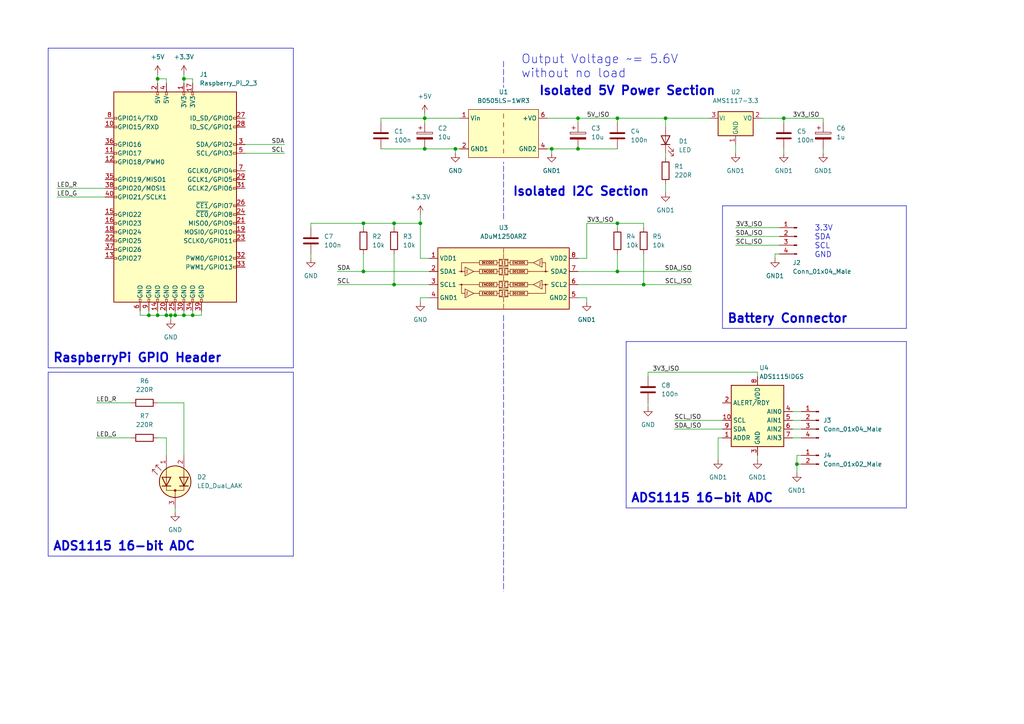
<source format=kicad_sch>
(kicad_sch (version 20211123) (generator eeschema)
  (paper "A4")
  (title_block (title "RaspberryPi I2C Isolator") (date "2023-01-26") (rev "1.0"))
  (lib_symbols
    (symbol "Analog_ADC:ADS1115IDGS"
      (property "Reference" "U" (at 2.54 13.97 0))
      (property "Value" "ADS1115IDGS" (at 7.62 11.43 0))
      (symbol "ADS1115IDGS_0_1"
        (rectangle (start -7.62 10.16) (end 7.62 -7.62) (stroke (width 0.254)) (fill (type background)))
      )
      (symbol "ADS1115IDGS_1_1"
        (pin input line (at 10.16 -5.08 180) (length 2.54) (name "ADDR") (number "1"))
        (pin input line (at 10.16 0 180) (length 2.54) (name "SCL") (number "10"))
        (pin output line (at 10.16 5.08 180) (length 2.54) (name "ALERT/RDY") (number "2"))
        (pin power_in line (at 0 -10.16 90) (length 2.54) (name "GND") (number "3"))
        (pin input line (at -10.16 2.54 0) (length 2.54) (name "AIN0") (number "4"))
        (pin input line (at -10.16 0 0) (length 2.54) (name "AIN1") (number "5"))
        (pin input line (at -10.16 -2.54 0) (length 2.54) (name "AIN2") (number "6"))
        (pin input line (at -10.16 -5.08 0) (length 2.54) (name "AIN3") (number "7"))
        (pin power_in line (at 0 12.7 270) (length 2.54) (name "VDD") (number "8"))
        (pin bidirectional line (at 10.16 -2.54 180) (length 2.54) (name "SDA") (number "9"))
      )
    )
    (symbol "Connector:Conn_01x02_Male" (pin_names (offset 1.016) hide)
      (property "Reference" "J" (at 0 2.54 0))
      (property "Value" "Conn_01x02_Male" (at 0 -5.08 0))
      (symbol "Conn_01x02_Male_1_1"
        (polyline (pts (xy 1.27 -2.54) (xy 0.8636 -2.54)) (stroke (width 0.1524)))
        (polyline (pts (xy 1.27 0) (xy 0.8636 0)) (stroke (width 0.1524)))
        (rectangle (start 0.8636 -2.413) (end 0 -2.667) (stroke (width 0.1524)) (fill (type outline)))
        (rectangle (start 0.8636 0.127) (end 0 -0.127) (stroke (width 0.1524)) (fill (type outline)))
        (pin passive line (at 5.08 0 180) (length 3.81) (name "Pin_1") (number "1"))
        (pin passive line (at 5.08 -2.54 180) (length 3.81) (name "Pin_2") (number "2"))
      )
    )
    (symbol "Connector:Conn_01x04_Male" (pin_names (offset 1.016) hide)
      (property "Reference" "J" (at 0 5.08 0))
      (property "Value" "Conn_01x04_Male" (at 0 -7.62 0))
      (symbol "Conn_01x04_Male_1_1"
        (polyline (pts (xy 1.27 -5.08) (xy 0.8636 -5.08)) (stroke (width 0.1524)))
        (polyline (pts (xy 1.27 -2.54) (xy 0.8636 -2.54)) (stroke (width 0.1524)))
        (polyline (pts (xy 1.27 0) (xy 0.8636 0)) (stroke (width 0.1524)))
        (polyline (pts (xy 1.27 2.54) (xy 0.8636 2.54)) (stroke (width 0.1524)))
        (rectangle (start 0.8636 -4.953) (end 0 -5.207) (stroke (width 0.1524)) (fill (type outline)))
        (rectangle (start 0.8636 -2.413) (end 0 -2.667) (stroke (width 0.1524)) (fill (type outline)))
        (rectangle (start 0.8636 0.127) (end 0 -0.127) (stroke (width 0.1524)) (fill (type outline)))
        (rectangle (start 0.8636 2.667) (end 0 2.413) (stroke (width 0.1524)) (fill (type outline)))
        (pin passive line (at 5.08 2.54 180) (length 3.81) (name "Pin_1") (number "1"))
        (pin passive line (at 5.08 0 180) (length 3.81) (name "Pin_2") (number "2"))
        (pin passive line (at 5.08 -2.54 180) (length 3.81) (name "Pin_3") (number "3"))
        (pin passive line (at 5.08 -5.08 180) (length 3.81) (name "Pin_4") (number "4"))
      )
    )
    (symbol "Connector:Raspberry_Pi_2_3" (pin_names (offset 1.016))
      (property "Reference" "J" (at -17.78 31.75 0))
      (property "Value" "Raspberry_Pi_2_3" (at 10.16 -31.75 0))
      (symbol "Raspberry_Pi_2_3_0_1"
        (rectangle (start -17.78 30.48) (end 17.78 -30.48) (stroke (width 0.254)) (fill (type background)))
      )
      (symbol "Raspberry_Pi_2_3_1_1"
        (rectangle (start -16.891 -17.526) (end -17.78 -18.034))
        (rectangle (start -16.891 -14.986) (end -17.78 -15.494))
        (rectangle (start -16.891 -12.446) (end -17.78 -12.954))
        (rectangle (start -16.891 -9.906) (end -17.78 -10.414))
        (rectangle (start -16.891 -7.366) (end -17.78 -7.874))
        (rectangle (start -16.891 -4.826) (end -17.78 -5.334))
        (rectangle (start -16.891 0.254) (end -17.78 -0.254))
        (rectangle (start -16.891 2.794) (end -17.78 2.286))
        (rectangle (start -16.891 5.334) (end -17.78 4.826))
        (rectangle (start -16.891 10.414) (end -17.78 9.906))
        (rectangle (start -16.891 12.954) (end -17.78 12.446))
        (rectangle (start -16.891 15.494) (end -17.78 14.986))
        (rectangle (start -16.891 20.574) (end -17.78 20.066))
        (rectangle (start -16.891 23.114) (end -17.78 22.606))
        (rectangle (start -10.414 -29.591) (end -9.906 -30.48))
        (rectangle (start -7.874 -29.591) (end -7.366 -30.48))
        (rectangle (start -5.334 -29.591) (end -4.826 -30.48))
        (rectangle (start -5.334 30.48) (end -4.826 29.591))
        (rectangle (start -2.794 -29.591) (end -2.286 -30.48))
        (rectangle (start -2.794 30.48) (end -2.286 29.591))
        (rectangle (start -0.254 -29.591) (end 0.254 -30.48))
        (rectangle (start 2.286 -29.591) (end 2.794 -30.48))
        (rectangle (start 2.286 30.48) (end 2.794 29.591))
        (rectangle (start 4.826 -29.591) (end 5.334 -30.48))
        (rectangle (start 4.826 30.48) (end 5.334 29.591))
        (rectangle (start 7.366 -29.591) (end 7.874 -30.48))
        (rectangle (start 17.78 -20.066) (end 16.891 -20.574))
        (rectangle (start 17.78 -17.526) (end 16.891 -18.034))
        (rectangle (start 17.78 -12.446) (end 16.891 -12.954))
        (rectangle (start 17.78 -9.906) (end 16.891 -10.414))
        (rectangle (start 17.78 -7.366) (end 16.891 -7.874))
        (rectangle (start 17.78 -4.826) (end 16.891 -5.334))
        (rectangle (start 17.78 -2.286) (end 16.891 -2.794))
        (rectangle (start 17.78 2.794) (end 16.891 2.286))
        (rectangle (start 17.78 5.334) (end 16.891 4.826))
        (rectangle (start 17.78 7.874) (end 16.891 7.366))
        (rectangle (start 17.78 12.954) (end 16.891 12.446))
        (rectangle (start 17.78 15.494) (end 16.891 14.986))
        (rectangle (start 17.78 20.574) (end 16.891 20.066))
        (rectangle (start 17.78 23.114) (end 16.891 22.606))
        (pin power_in line (at 2.54 33.02 270) (length 2.54) (name "3V3") (number "1"))
        (pin bidirectional line (at -20.32 20.32 0) (length 2.54) (name "GPIO15/RXD") (number "10"))
        (pin bidirectional line (at -20.32 12.7 0) (length 2.54) (name "GPIO17") (number "11"))
        (pin bidirectional line (at -20.32 10.16 0) (length 2.54) (name "GPIO18/PWM0") (number "12"))
        (pin bidirectional line (at -20.32 -17.78 0) (length 2.54) (name "GPIO27") (number "13"))
        (pin power_in line (at -5.08 -33.02 90) (length 2.54) (name "GND") (number "14"))
        (pin bidirectional line (at -20.32 -5.08 0) (length 2.54) (name "GPIO22") (number "15"))
        (pin bidirectional line (at -20.32 -7.62 0) (length 2.54) (name "GPIO23") (number "16"))
        (pin power_in line (at 5.08 33.02 270) (length 2.54) (name "3V3") (number "17"))
        (pin bidirectional line (at -20.32 -10.16 0) (length 2.54) (name "GPIO24") (number "18"))
        (pin bidirectional line (at 20.32 -10.16 180) (length 2.54) (name "MOSI0/GPIO10") (number "19"))
        (pin power_in line (at -5.08 33.02 270) (length 2.54) (name "5V") (number "2"))
        (pin power_in line (at -2.54 -33.02 90) (length 2.54) (name "GND") (number "20"))
        (pin bidirectional line (at 20.32 -7.62 180) (length 2.54) (name "MISO0/GPIO9") (number "21"))
        (pin bidirectional line (at -20.32 -12.7 0) (length 2.54) (name "GPIO25") (number "22"))
        (pin bidirectional line (at 20.32 -12.7 180) (length 2.54) (name "SCLK0/GPIO11") (number "23"))
        (pin bidirectional line (at 20.32 -5.08 180) (length 2.54) (name "~{CE0}/GPIO8") (number "24"))
        (pin power_in line (at 0 -33.02 90) (length 2.54) (name "GND") (number "25"))
        (pin bidirectional line (at 20.32 -2.54 180) (length 2.54) (name "~{CE1}/GPIO7") (number "26"))
        (pin bidirectional line (at 20.32 22.86 180) (length 2.54) (name "ID_SD/GPIO0") (number "27"))
        (pin bidirectional line (at 20.32 20.32 180) (length 2.54) (name "ID_SC/GPIO1") (number "28"))
        (pin bidirectional line (at 20.32 5.08 180) (length 2.54) (name "GCLK1/GPIO5") (number "29"))
        (pin bidirectional line (at 20.32 15.24 180) (length 2.54) (name "SDA/GPIO2") (number "3"))
        (pin power_in line (at 2.54 -33.02 90) (length 2.54) (name "GND") (number "30"))
        (pin bidirectional line (at 20.32 2.54 180) (length 2.54) (name "GCLK2/GPIO6") (number "31"))
        (pin bidirectional line (at 20.32 -17.78 180) (length 2.54) (name "PWM0/GPIO12") (number "32"))
        (pin bidirectional line (at 20.32 -20.32 180) (length 2.54) (name "PWM1/GPIO13") (number "33"))
        (pin power_in line (at 5.08 -33.02 90) (length 2.54) (name "GND") (number "34"))
        (pin bidirectional line (at -20.32 5.08 0) (length 2.54) (name "GPIO19/MISO1") (number "35"))
        (pin bidirectional line (at -20.32 15.24 0) (length 2.54) (name "GPIO16") (number "36"))
        (pin bidirectional line (at -20.32 -15.24 0) (length 2.54) (name "GPIO26") (number "37"))
        (pin bidirectional line (at -20.32 2.54 0) (length 2.54) (name "GPIO20/MOSI1") (number "38"))
        (pin power_in line (at 7.62 -33.02 90) (length 2.54) (name "GND") (number "39"))
        (pin power_in line (at -2.54 33.02 270) (length 2.54) (name "5V") (number "4"))
        (pin bidirectional line (at -20.32 0 0) (length 2.54) (name "GPIO21/SCLK1") (number "40"))
        (pin bidirectional line (at 20.32 12.7 180) (length 2.54) (name "SCL/GPIO3") (number "5"))
        (pin power_in line (at -10.16 -33.02 90) (length 2.54) (name "GND") (number "6"))
        (pin bidirectional line (at 20.32 7.62 180) (length 2.54) (name "GCLK0/GPIO4") (number "7"))
        (pin bidirectional line (at -20.32 22.86 0) (length 2.54) (name "GPIO14/TXD") (number "8"))
        (pin power_in line (at -7.62 -33.02 90) (length 2.54) (name "GND") (number "9"))
      )
    )
    (symbol "Converter_DCDC:B0505LS-1WR3"
      (property "Reference" "U" (at -8.89 1.27 0))
      (property "Value" "B0505LS-1WR3" (at 2.54 1.27 0))
      (symbol "B0505LS-1WR3_0_1"
        (rectangle (start -10.16 0) (end 10.16 -13.97) (fill (type background)))
        (polyline (pts (xy 0 -11.43) (xy 0 -12.7)))
        (polyline (pts (xy 0 -8.89) (xy 0 -10.16)))
        (polyline (pts (xy 0 -6.35) (xy 0 -7.62)))
        (polyline (pts (xy 0 -3.81) (xy 0 -5.08)))
        (polyline (pts (xy 0 -1.27) (xy 0 -2.54)))
      )
      (symbol "B0505LS-1WR3_1_1"
        (pin power_in line (at -12.7 -2.54 0) (length 2.54) (name "Vin") (number "1"))
        (pin power_in line (at -12.7 -11.43 0) (length 2.54) (name "GND1") (number "2"))
        (pin power_in line (at 12.7 -11.43 180) (length 2.54) (name "GND2") (number "4"))
        (pin power_in line (at 12.7 -2.54 180) (length 2.54) (name "+VO") (number "6"))
      )
    )
    (symbol "Device:C" (pin_numbers hide) (pin_names (offset 0.254))
      (property "Reference" "C" (at 0.635 2.54 0))
      (property "Value" "C" (at 0.635 -2.54 0))
      (symbol "C_0_1"
        (polyline (pts (xy -2.032 -0.762) (xy 2.032 -0.762)) (stroke (width 0.508)))
        (polyline (pts (xy -2.032 0.762) (xy 2.032 0.762)) (stroke (width 0.508)))
      )
      (symbol "C_1_1"
        (pin passive line (at 0 3.81 270) (length 2.794) (name "~") (number "1"))
        (pin passive line (at 0 -3.81 90) (length 2.794) (name "~") (number "2"))
      )
    )
    (symbol "Device:C_Polarized" (pin_numbers hide) (pin_names (offset 0.254))
      (property "Reference" "C" (at 0.635 2.54 0))
      (property "Value" "C_Polarized" (at 0.635 -2.54 0))
      (symbol "C_Polarized_0_1"
        (rectangle (start -2.286 0.508) (end 2.286 1.016))
        (polyline (pts (xy -1.778 2.286) (xy -0.762 2.286)))
        (polyline (pts (xy -1.27 2.794) (xy -1.27 1.778)))
        (rectangle (start 2.286 -0.508) (end -2.286 -1.016) (fill (type outline)))
      )
      (symbol "C_Polarized_1_1"
        (pin passive line (at 0 3.81 270) (length 2.794) (name "~") (number "1"))
        (pin passive line (at 0 -3.81 90) (length 2.794) (name "~") (number "2"))
      )
    )
    (symbol "Device:LED" (pin_numbers hide) (pin_names (offset 1.016) hide)
      (property "Reference" "D" (at 0 2.54 0))
      (property "Value" "LED" (at 0 -2.54 0))
      (symbol "LED_0_1"
        (polyline (pts (xy -1.27 -1.27) (xy -1.27 1.27)) (stroke (width 0.254)))
        (polyline (pts (xy -1.27 0) (xy 1.27 0)))
        (polyline (pts (xy 1.27 -1.27) (xy 1.27 1.27) (xy -1.27 0) (xy 1.27 -1.27)) (stroke (width 0.254)))
        (polyline (pts (xy -3.048 -0.762) (xy -4.572 -2.286) (xy -3.81 -2.286) (xy -4.572 -2.286) (xy -4.572 -1.524)))
        (polyline (pts (xy -1.778 -0.762) (xy -3.302 -2.286) (xy -2.54 -2.286) (xy -3.302 -2.286) (xy -3.302 -1.524)))
      )
      (symbol "LED_1_1"
        (pin passive line (at -3.81 0 0) (length 2.54) (name "K") (number "1"))
        (pin passive line (at 3.81 0 180) (length 2.54) (name "A") (number "2"))
      )
    )
    (symbol "Device:LED_Dual_AAK" (pin_names (offset 0) hide)
      (property "Reference" "D" (at 0 5.715 0))
      (property "Value" "LED_Dual_AAK" (at 0 -6.35 0))
      (symbol "LED_Dual_AAK_0_1"
        (circle (center -2.54 0) (radius 0.2794) (fill (type outline)))
        (polyline (pts (xy -4.572 0) (xy -2.54 0)))
        (polyline (pts (xy -1.27 -1.27) (xy -1.27 -3.81)) (stroke (width 0.254)))
        (polyline (pts (xy -1.27 1.27) (xy -1.27 3.81)) (stroke (width 0.254)))
        (polyline (pts (xy 3.81 -2.54) (xy 1.905 -2.54)))
        (polyline (pts (xy 3.81 2.54) (xy 1.905 2.54)))
        (polyline (pts (xy 1.27 -3.81) (xy 1.27 -1.27) (xy -1.27 -2.54) (xy 1.27 -3.81)) (stroke (width 0.254)))
        (polyline (pts (xy 1.27 1.27) (xy 1.27 3.81) (xy -1.27 2.54) (xy 1.27 1.27)) (stroke (width 0.254)))
        (polyline (pts (xy 2.032 2.54) (xy -2.54 2.54) (xy -2.54 -2.54) (xy 2.032 -2.54)))
        (polyline (pts (xy 2.032 5.08) (xy 3.556 6.604) (xy 2.794 6.604) (xy 3.556 6.604) (xy 3.556 5.842)))
        (polyline (pts (xy 3.302 4.064) (xy 4.826 5.588) (xy 4.064 5.588) (xy 4.826 5.588) (xy 4.826 4.826)))
        (circle (center 0 0) (radius 4.572) (stroke (width 0.254)) (fill (type background)))
      )
      (symbol "LED_Dual_AAK_1_1"
        (pin input line (at 7.62 2.54 180) (length 3.81) (name "A1") (number "1"))
        (pin input line (at 7.62 -2.54 180) (length 3.81) (name "A2") (number "2"))
        (pin input line (at -7.62 0 0) (length 3.048) (name "K") (number "3"))
      )
    )
    (symbol "Device:R" (pin_numbers hide) (pin_names (offset 0))
      (property "Reference" "R" (at 2.032 0 90))
      (property "Value" "R" (at 0 0 90))
      (symbol "R_0_1"
        (rectangle (start -1.016 -2.54) (end 1.016 2.54) (stroke (width 0.254)))
      )
      (symbol "R_1_1"
        (pin passive line (at 0 3.81 270) (length 1.27) (name "~") (number "1"))
        (pin passive line (at 0 -3.81 90) (length 1.27) (name "~") (number "2"))
      )
    )
    (symbol "Isolator:ADuM1250ARZ"
      (property "Reference" "U" (at -17.78 1.27 0))
      (property "Value" "ADuM1250ARZ" (at 11.43 1.27 0))
      (symbol "ADuM1250ARZ_0_0"
        (rectangle (start -1.905 -13.335) (end -6.985 -14.605))
        (rectangle (start -1.27 -12.954) (end 1.27 -14.986))
        (rectangle (start -1.27 -10.414) (end 1.27 -12.446))
        (rectangle (start -1.27 -6.604) (end 1.27 -8.636))
        (rectangle (start -1.27 -4.064) (end 1.27 -6.096))
        (arc (start -0.508 -14.732) (mid -0.254 -14.478) (end -0.508 -14.224))
        (arc (start -0.508 -14.224) (mid -0.254 -13.97) (end -0.508 -13.716))
        (arc (start -0.508 -13.716) (mid -0.254 -13.462) (end -0.508 -13.208))
        (arc (start -0.508 -12.192) (mid -0.254 -11.938) (end -0.508 -11.684))
        (arc (start -0.508 -11.684) (mid -0.254 -11.43) (end -0.508 -11.176))
        (arc (start -0.508 -11.176) (mid -0.254 -10.922) (end -0.508 -10.668))
        (arc (start -0.508 -8.382) (mid -0.254 -8.128) (end -0.508 -7.874))
        (arc (start -0.508 -7.874) (mid -0.254 -7.62) (end -0.508 -7.366))
        (arc (start -0.508 -7.366) (mid -0.254 -7.112) (end -0.508 -6.858))
        (arc (start -0.508 -5.842) (mid -0.254 -5.588) (end -0.508 -5.334))
        (arc (start -0.508 -5.334) (mid -0.254 -5.08) (end -0.508 -4.826))
        (arc (start -0.508 -4.826) (mid -0.254 -4.572) (end -0.508 -4.318))
        (polyline (pts (xy -6.985 -13.97) (xy -7.62 -13.97)))
        (polyline (pts (xy -6.985 -11.43) (xy -7.62 -11.43)))
        (polyline (pts (xy -6.985 -7.62) (xy -7.62 -7.62)))
        (polyline (pts (xy -6.985 -5.08) (xy -7.62 -5.08)))
        (polyline (pts (xy -1.905 -13.97) (xy -1.27 -13.97)))
        (polyline (pts (xy -1.905 -11.43) (xy -1.27 -11.43)))
        (polyline (pts (xy -1.905 -7.62) (xy -1.27 -7.62)))
        (polyline (pts (xy -1.905 -5.08) (xy -1.27 -5.08)))
        (polyline (pts (xy -1.27 -14.732) (xy -0.508 -14.732)))
        (polyline (pts (xy -1.27 -13.208) (xy -0.508 -13.208)))
        (polyline (pts (xy -1.27 -12.192) (xy -0.508 -12.192)))
        (polyline (pts (xy -1.27 -10.668) (xy -0.508 -10.668)))
        (polyline (pts (xy -1.27 -8.382) (xy -0.508 -8.382)))
        (polyline (pts (xy -1.27 -6.858) (xy -0.508 -6.858)))
        (polyline (pts (xy -1.27 -5.842) (xy -0.508 -5.842)))
        (polyline (pts (xy -1.27 -4.318) (xy -0.508 -4.318)))
        (polyline (pts (xy 0 -17.018) (xy 0 -18.288)))
        (polyline (pts (xy 0 -15.24) (xy 0 -16.51)))
        (polyline (pts (xy 0 -8.89) (xy 0 -10.16)))
        (polyline (pts (xy 0 -3.81) (xy 0 -2.54)))
        (polyline (pts (xy 0 -2.286) (xy 0 -1.016)))
        (polyline (pts (xy 1.27 -14.732) (xy 0.508 -14.732)))
        (polyline (pts (xy 1.27 -13.208) (xy 0.508 -13.208)))
        (polyline (pts (xy 1.27 -12.192) (xy 0.508 -12.192)))
        (polyline (pts (xy 1.27 -10.668) (xy 0.508 -10.668)))
        (polyline (pts (xy 1.27 -8.382) (xy 0.508 -8.382)))
        (polyline (pts (xy 1.27 -6.858) (xy 0.508 -6.858)))
        (polyline (pts (xy 1.27 -5.842) (xy 0.508 -5.842)))
        (polyline (pts (xy 1.27 -4.318) (xy 0.508 -4.318)))
        (polyline (pts (xy 1.905 -13.97) (xy 1.27 -13.97)))
        (polyline (pts (xy 1.905 -11.43) (xy 1.27 -11.43)))
        (polyline (pts (xy 1.905 -7.62) (xy 1.27 -7.62)))
        (polyline (pts (xy 1.905 -5.08) (xy 1.27 -5.08)))
        (polyline (pts (xy 6.985 -13.97) (xy 7.62 -13.97)))
        (polyline (pts (xy 6.985 -11.43) (xy 7.62 -11.43)))
        (polyline (pts (xy 6.985 -7.62) (xy 7.62 -7.62)))
        (polyline (pts (xy 6.985 -5.08) (xy 7.62 -5.08)))
        (arc (start 0.508 -14.224) (mid 0.254 -14.478) (end 0.508 -14.732))
        (arc (start 0.508 -13.716) (mid 0.254 -13.97) (end 0.508 -14.224))
        (arc (start 0.508 -13.208) (mid 0.254 -13.462) (end 0.508 -13.716))
        (arc (start 0.508 -11.684) (mid 0.254 -11.938) (end 0.508 -12.192))
        (arc (start 0.508 -11.176) (mid 0.254 -11.43) (end 0.508 -11.684))
        (arc (start 0.508 -10.668) (mid 0.254 -10.922) (end 0.508 -11.176))
        (arc (start 0.508 -7.874) (mid 0.254 -8.128) (end 0.508 -8.382))
        (arc (start 0.508 -7.366) (mid 0.254 -7.62) (end 0.508 -7.874))
        (arc (start 0.508 -6.858) (mid 0.254 -7.112) (end 0.508 -7.366))
        (arc (start 0.508 -5.334) (mid 0.254 -5.588) (end 0.508 -5.842))
        (arc (start 0.508 -4.826) (mid 0.254 -5.08) (end 0.508 -5.334))
        (arc (start 0.508 -4.318) (mid 0.254 -4.572) (end 0.508 -4.826))
        (rectangle (start 1.905 -13.335) (end 6.985 -14.605))
        (rectangle (start 1.905 -10.795) (end 6.985 -12.065))
        (rectangle (start 1.905 -6.985) (end 6.985 -8.255))
        (rectangle (start 1.905 -4.445) (end 6.985 -5.715))
        (text "DECODE" (at -4.445 -5.08 0) (effects (font (size 0.635 0.635))))
        (text "DECODE" (at 4.445 -13.97 0) (effects (font (size 0.635 0.635))))
        (text "DECODE" (at 4.445 -7.62 0) (effects (font (size 0.635 0.635))))
        (text "ENCODE" (at -4.445 -13.97 0) (effects (font (size 0.635 0.635))))
        (text "ENCODE" (at -4.445 -11.43 0) (effects (font (size 0.635 0.635))))
        (text "ENCODE" (at -4.445 -7.62 0) (effects (font (size 0.635 0.635))))
        (text "ENCODE" (at 4.445 -11.43 0) (effects (font (size 0.635 0.635))))
        (text "ENCODE" (at 4.445 -5.08 0) (effects (font (size 0.635 0.635))))
      )
      (symbol "ADuM1250ARZ_0_1"
        (rectangle (start -19.05 -0.762) (end 19.05 -18.542) (stroke (width 0.254)) (fill (type background)))
        (circle (center -12.192 -11.43) (radius 0.1796) (fill (type outline)))
        (circle (center -12.192 -7.62) (radius 0.1796) (fill (type outline)))
        (rectangle (start -1.905 -10.795) (end -6.985 -12.065))
        (rectangle (start -1.905 -6.985) (end -6.985 -8.255))
        (rectangle (start -1.905 -4.445) (end -6.985 -5.715))
        (polyline (pts (xy -12.954 -11.43) (xy -12.192 -11.43)))
        (polyline (pts (xy -12.954 -7.62) (xy -12.192 -7.62)))
        (polyline (pts (xy -11.176 -15.24) (xy -11.176 -12.7)))
        (polyline (pts (xy -11.176 -15.24) (xy -8.636 -13.97)))
        (polyline (pts (xy -11.176 -12.7) (xy -8.636 -13.97)))
        (polyline (pts (xy -11.176 -8.89) (xy -11.176 -6.35)))
        (polyline (pts (xy -11.176 -8.89) (xy -8.636 -7.62)))
        (polyline (pts (xy -11.176 -6.35) (xy -8.636 -7.62)))
        (polyline (pts (xy -8.636 -13.97) (xy -7.62 -13.97)))
        (polyline (pts (xy -8.636 -7.62) (xy -7.62 -7.62)))
        (polyline (pts (xy 8.636 -11.43) (xy 7.62 -11.43)))
        (polyline (pts (xy 8.636 -5.08) (xy 7.62 -5.08)))
        (polyline (pts (xy 11.176 -12.7) (xy 8.636 -11.43)))
        (polyline (pts (xy 11.176 -10.16) (xy 8.636 -11.43)))
        (polyline (pts (xy 11.176 -10.16) (xy 11.176 -12.7)))
        (polyline (pts (xy 11.176 -6.35) (xy 8.636 -5.08)))
        (polyline (pts (xy 11.176 -3.81) (xy 8.636 -5.08)))
        (polyline (pts (xy 11.176 -3.81) (xy 11.176 -6.35)))
        (polyline (pts (xy 12.192 -11.43) (xy 12.954 -11.43)))
        (polyline (pts (xy 12.192 -7.62) (xy 12.954 -7.62)))
        (polyline (pts (xy -10.668 -14.478) (xy -10.541 -14.478) (xy -10.541 -13.462)) (stroke (width 0.05)))
        (polyline (pts (xy -10.668 -8.128) (xy -10.541 -8.128) (xy -10.541 -7.112)) (stroke (width 0.05)))
        (polyline (pts (xy 10.668 -10.922) (xy 10.541 -10.922) (xy 10.541 -11.938)) (stroke (width 0.05)))
        (polyline (pts (xy 10.668 -4.572) (xy 10.541 -4.572) (xy 10.541 -5.588)) (stroke (width 0.05)))
        (polyline (pts (xy -10.922 -14.478) (xy -10.668 -14.478) (xy -10.668 -13.462) (xy -10.287 -13.462)) (stroke (width 0.05)))
        (polyline (pts (xy -10.922 -8.128) (xy -10.668 -8.128) (xy -10.668 -7.112) (xy -10.287 -7.112)) (stroke (width 0.05)))
        (polyline (pts (xy -7.62 -11.43) (xy -12.192 -11.43) (xy -12.192 -13.97) (xy -11.176 -13.97)))
        (polyline (pts (xy -7.62 -5.08) (xy -12.192 -5.08) (xy -12.192 -7.62) (xy -11.176 -7.62)))
        (polyline (pts (xy 7.62 -13.97) (xy 12.192 -13.97) (xy 12.192 -11.43) (xy 11.176 -11.43)))
        (polyline (pts (xy 7.62 -7.62) (xy 12.192 -7.62) (xy 12.192 -5.08) (xy 11.176 -5.08)))
        (polyline (pts (xy 10.922 -10.922) (xy 10.668 -10.922) (xy 10.668 -11.938) (xy 10.287 -11.938)) (stroke (width 0.05)))
        (polyline (pts (xy 10.922 -4.572) (xy 10.668 -4.572) (xy 10.668 -5.588) (xy 10.287 -5.588)) (stroke (width 0.05)))
        (circle (center 12.192 -11.43) (radius 0.1796) (fill (type outline)))
        (circle (center 12.192 -7.62) (radius 0.1796) (fill (type outline)))
      )
      (symbol "ADuM1250ARZ_1_1"
        (pin power_in line (at -21.59 -3.81 0) (length 2.54) (name "VDD1") (number "1"))
        (pin bidirectional line (at -21.59 -7.62 0) (length 2.54) (name "SDA1") (number "2"))
        (pin bidirectional line (at -21.59 -11.43 0) (length 2.54) (name "SCL1") (number "3"))
        (pin power_in line (at -21.59 -15.24 0) (length 2.54) (name "GND1") (number "4"))
        (pin power_in line (at 21.59 -15.24 180) (length 2.54) (name "GND2") (number "5"))
        (pin bidirectional line (at 21.59 -11.43 180) (length 2.54) (name "SCL2") (number "6"))
        (pin bidirectional line (at 21.59 -7.62 180) (length 2.54) (name "SDA2") (number "7"))
        (pin power_in line (at 21.59 -3.81 180) (length 2.54) (name "VDD2") (number "8"))
      )
    )
    (symbol "Regulator_Linear:AMS1117-3.3" (pin_names (offset 0.254))
      (property "Reference" "U" (at -3.81 3.175 0))
      (property "Value" "AMS1117-3.3" (at 0 3.175 0))
      (symbol "AMS1117-3.3_0_1"
        (rectangle (start -5.08 -5.08) (end 5.08 1.905) (stroke (width 0.254)) (fill (type background)))
      )
      (symbol "AMS1117-3.3_1_1"
        (pin power_in line (at 0 -7.62 90) (length 2.54) (name "GND") (number "1"))
        (pin power_out line (at 7.62 0 180) (length 2.54) (name "VO") (number "2"))
        (pin power_in line (at -7.62 0 0) (length 2.54) (name "VI") (number "3"))
      )
    )
    (symbol "power:+3.3V" (power) (pin_names (offset 0))
      (property "Value" "+3.3V" (at 0 3.556 0))
      (symbol "+3.3V_0_1"
        (polyline (pts (xy -0.762 1.27) (xy 0 2.54)))
        (polyline (pts (xy 0 0) (xy 0 2.54)))
        (polyline (pts (xy 0 2.54) (xy 0.762 1.27)))
      )
      (symbol "+3.3V_1_1"
        (pin power_in line (at 0 0 90) (length 0) hide (name "+3.3V") (number "1"))
      )
    )
    (symbol "power:+5V" (power) (pin_names (offset 0))
      (property "Value" "+5V" (at 0 3.556 0))
      (symbol "+5V_0_1"
        (polyline (pts (xy -0.762 1.27) (xy 0 2.54)))
        (polyline (pts (xy 0 0) (xy 0 2.54)))
        (polyline (pts (xy 0 2.54) (xy 0.762 1.27)))
      )
      (symbol "+5V_1_1"
        (pin power_in line (at 0 0 90) (length 0) hide (name "+5V") (number "1"))
      )
    )
    (symbol "power:GND" (power) (pin_names (offset 0))
      (property "Value" "GND" (at 0 -3.81 0))
      (symbol "GND_0_1"
        (polyline (pts (xy 0 0) (xy 0 -1.27) (xy 1.27 -1.27) (xy 0 -2.54) (xy -1.27 -1.27) (xy 0 -1.27)))
      )
      (symbol "GND_1_1"
        (pin power_in line (at 0 0 270) (length 0) hide (name "GND") (number "1"))
      )
    )
    (symbol "power:GND1" (power) (pin_names (offset 0))
      (property "Value" "GND1" (at 0 -3.81 0))
      (symbol "GND1_0_1"
        (polyline (pts (xy 0 0) (xy 0 -1.27) (xy 1.27 -1.27) (xy 0 -2.54) (xy -1.27 -1.27) (xy 0 -1.27)))
      )
      (symbol "GND1_1_1"
        (pin power_in line (at 0 0 270) (length 0) hide (name "GND1") (number "1"))
      )
    )
  )
  (junction (at 105.41 64.77))
  (junction (at 160.02 43.18))
  (junction (at 121.92 64.77))
  (junction (at 132.08 43.18))
  (junction (at 53.34 91.44))
  (junction (at 167.64 34.29))
  (junction (at 179.07 64.77))
  (junction (at 50.8 91.44))
  (junction (at 123.19 34.29))
  (junction (at 193.04 34.29))
  (junction (at 43.18 91.44))
  (junction (at 55.88 91.44))
  (junction (at 49.53 91.44))
  (junction (at 231.14 134.62))
  (junction (at 186.69 82.55))
  (junction (at 123.19 43.18))
  (junction (at 167.64 43.18))
  (junction (at 48.26 91.44))
  (junction (at 45.72 91.44))
  (junction (at 179.07 34.29))
  (junction (at 227.33 34.29))
  (junction (at 114.3 82.55))
  (junction (at 179.07 78.74))
  (junction (at 105.41 78.74))
  (junction (at 45.72 22.86))
  (junction (at 114.3 64.77))
  (junction (at 53.34 22.86))
  (wire (pts (xy 114.3 64.77) (xy 121.92 64.77)))
  (wire (pts (xy 229.87 121.92) (xy 232.41 121.92)))
  (polyline (pts (xy 13.97 13.97) (xy 85.09 13.97)) (stroke (width 0) (type solid) (color 0 0 194 1)))
  (wire (pts (xy 53.34 22.86) (xy 53.34 24.13)))
  (wire (pts (xy 71.12 41.91) (xy 82.55 41.91)))
  (wire (pts (xy 170.18 87.63) (xy 170.18 86.36)))
  (wire (pts (xy 167.64 43.18) (xy 179.07 43.18)))
  (wire (pts (xy 187.96 109.22) (xy 187.96 107.95)))
  (wire (pts (xy 123.19 34.29) (xy 110.49 34.29)))
  (wire (pts (xy 231.14 134.62) (xy 232.41 134.62)))
  (polyline (pts (xy 85.09 107.95) (xy 85.09 161.29)) (stroke (width 0) (type solid) (color 0 0 194 1)))
  (wire (pts (xy 238.76 43.18) (xy 238.76 44.45)))
  (wire (pts (xy 160.02 43.18) (xy 167.64 43.18)))
  (wire (pts (xy 45.72 91.44) (xy 43.18 91.44)))
  (wire (pts (xy 121.92 62.23) (xy 121.92 64.77)))
  (wire (pts (xy 40.64 90.17) (xy 40.64 91.44)))
  (wire (pts (xy 167.64 78.74) (xy 179.07 78.74)))
  (wire (pts (xy 50.8 91.44) (xy 53.34 91.44)))
  (wire (pts (xy 55.88 90.17) (xy 55.88 91.44)))
  (wire (pts (xy 114.3 73.66) (xy 114.3 82.55)))
  (wire (pts (xy 50.8 147.32) (xy 50.8 148.59)))
  (wire (pts (xy 195.58 121.92) (xy 209.55 121.92)))
  (wire (pts (xy 193.04 53.34) (xy 193.04 55.88)))
  (wire (pts (xy 45.72 21.59) (xy 45.72 22.86)))
  (wire (pts (xy 16.51 54.61) (xy 30.48 54.61)))
  (wire (pts (xy 238.76 34.29) (xy 238.76 35.56)))
  (wire (pts (xy 110.49 43.18) (xy 123.19 43.18)))
  (polyline (pts (xy 85.09 161.29) (xy 13.97 161.29)) (stroke (width 0) (type solid) (color 0 0 194 1)))
  (wire (pts (xy 158.75 43.18) (xy 160.02 43.18)))
  (wire (pts (xy 186.69 64.77) (xy 186.69 66.04)))
  (wire (pts (xy 53.34 21.59) (xy 53.34 22.86)))
  (wire (pts (xy 170.18 74.93) (xy 170.18 64.77)))
  (wire (pts (xy 48.26 24.13) (xy 48.26 22.86)))
  (wire (pts (xy 179.07 73.66) (xy 179.07 78.74)))
  (wire (pts (xy 27.94 127) (xy 38.1 127)))
  (wire (pts (xy 193.04 34.29) (xy 193.04 36.83)))
  (polyline (pts (xy 13.97 107.95) (xy 85.09 107.95)) (stroke (width 0) (type solid) (color 0 0 194 1)))
  (wire (pts (xy 219.71 107.95) (xy 219.71 109.22)))
  (polyline (pts (xy 181.61 99.06) (xy 181.61 147.32)) (stroke (width 0) (type solid) (color 0 0 194 1)))
  (polyline (pts (xy 181.61 99.06) (xy 262.89 99.06)) (stroke (width 0) (type solid) (color 0 0 194 1)))
  (wire (pts (xy 167.64 82.55) (xy 186.69 82.55)))
  (wire (pts (xy 45.72 127) (xy 48.26 127)))
  (wire (pts (xy 105.41 78.74) (xy 124.46 78.74)))
  (wire (pts (xy 121.92 86.36) (xy 124.46 86.36)))
  (wire (pts (xy 167.64 86.36) (xy 170.18 86.36)))
  (wire (pts (xy 231.14 134.62) (xy 231.14 132.08)))
  (wire (pts (xy 224.79 73.66) (xy 226.06 73.66)))
  (wire (pts (xy 195.58 124.46) (xy 209.55 124.46)))
  (wire (pts (xy 43.18 91.44) (xy 40.64 91.44)))
  (wire (pts (xy 227.33 43.18) (xy 227.33 44.45)))
  (wire (pts (xy 123.19 34.29) (xy 123.19 35.56)))
  (wire (pts (xy 43.18 90.17) (xy 43.18 91.44)))
  (wire (pts (xy 114.3 64.77) (xy 114.3 66.04)))
  (wire (pts (xy 213.36 66.04) (xy 226.06 66.04)))
  (wire (pts (xy 90.17 73.66) (xy 90.17 74.93)))
  (wire (pts (xy 49.53 92.71) (xy 49.53 91.44)))
  (wire (pts (xy 45.72 22.86) (xy 48.26 22.86)))
  (wire (pts (xy 219.71 132.08) (xy 219.71 133.35)))
  (wire (pts (xy 229.87 127) (xy 232.41 127)))
  (wire (pts (xy 170.18 64.77) (xy 179.07 64.77)))
  (wire (pts (xy 160.02 44.45) (xy 160.02 43.18)))
  (wire (pts (xy 53.34 91.44) (xy 55.88 91.44)))
  (wire (pts (xy 58.42 90.17) (xy 58.42 91.44)))
  (wire (pts (xy 213.36 41.91) (xy 213.36 44.45)))
  (wire (pts (xy 110.49 34.29) (xy 110.49 35.56)))
  (polyline (pts (xy 13.97 107.95) (xy 13.97 161.29)) (stroke (width 0) (type solid) (color 0 0 194 1)))
  (polyline (pts (xy 85.09 13.97) (xy 85.09 106.68)) (stroke (width 0) (type solid) (color 0 0 194 1)))
  (wire (pts (xy 213.36 68.58) (xy 226.06 68.58)))
  (wire (pts (xy 48.26 127) (xy 48.26 132.08)))
  (wire (pts (xy 53.34 22.86) (xy 55.88 22.86)))
  (wire (pts (xy 227.33 34.29) (xy 227.33 35.56)))
  (wire (pts (xy 208.28 127) (xy 209.55 127)))
  (wire (pts (xy 193.04 34.29) (xy 205.74 34.29)))
  (wire (pts (xy 105.41 73.66) (xy 105.41 78.74)))
  (wire (pts (xy 48.26 90.17) (xy 48.26 91.44)))
  (polyline (pts (xy 146.05 17.78) (xy 146.05 25.4)))
  (wire (pts (xy 124.46 74.93) (xy 121.92 74.93)))
  (wire (pts (xy 229.87 124.46) (xy 232.41 124.46)))
  (wire (pts (xy 53.34 90.17) (xy 53.34 91.44)))
  (wire (pts (xy 49.53 91.44) (xy 50.8 91.44)))
  (wire (pts (xy 208.28 133.35) (xy 208.28 127)))
  (wire (pts (xy 179.07 64.77) (xy 179.07 66.04)))
  (wire (pts (xy 45.72 90.17) (xy 45.72 91.44)))
  (wire (pts (xy 105.41 66.04) (xy 105.41 64.77)))
  (wire (pts (xy 179.07 64.77) (xy 186.69 64.77)))
  (polyline (pts (xy 262.89 147.32) (xy 181.61 147.32)) (stroke (width 0) (type solid) (color 0 0 194 1)))
  (wire (pts (xy 53.34 132.08) (xy 53.34 116.84)))
  (wire (pts (xy 167.64 34.29) (xy 167.64 35.56)))
  (wire (pts (xy 45.72 116.84) (xy 53.34 116.84)))
  (wire (pts (xy 97.79 82.55) (xy 114.3 82.55)))
  (wire (pts (xy 186.69 73.66) (xy 186.69 82.55)))
  (wire (pts (xy 55.88 91.44) (xy 58.42 91.44)))
  (wire (pts (xy 97.79 78.74) (xy 105.41 78.74)))
  (wire (pts (xy 71.12 44.45) (xy 82.55 44.45)))
  (wire (pts (xy 179.07 34.29) (xy 179.07 35.56)))
  (wire (pts (xy 121.92 87.63) (xy 121.92 86.36)))
  (wire (pts (xy 186.69 82.55) (xy 200.66 82.55)))
  (wire (pts (xy 193.04 44.45) (xy 193.04 45.72)))
  (polyline (pts (xy 209.55 59.69) (xy 209.55 95.25)) (stroke (width 0) (type solid) (color 0 0 194 1)))
  (wire (pts (xy 179.07 78.74) (xy 200.66 78.74)))
  (polyline (pts (xy 262.89 59.69) (xy 262.89 95.25)) (stroke (width 0) (type solid) (color 0 0 194 1)))
  (polyline (pts (xy 262.89 99.06) (xy 262.89 147.32)) (stroke (width 0) (type solid) (color 0 0 194 1)))
  (wire (pts (xy 132.08 43.18) (xy 123.19 43.18)))
  (polyline (pts (xy 85.09 106.68) (xy 13.97 106.68)) (stroke (width 0) (type solid) (color 0 0 194 1)))
  (wire (pts (xy 27.94 116.84) (xy 38.1 116.84)))
  (wire (pts (xy 132.08 43.18) (xy 133.35 43.18)))
  (wire (pts (xy 121.92 64.77) (xy 121.92 74.93)))
  (polyline (pts (xy 146.05 91.44) (xy 146.05 171.45)))
  (wire (pts (xy 133.35 34.29) (xy 123.19 34.29)))
  (wire (pts (xy 90.17 66.04) (xy 90.17 64.77)))
  (polyline (pts (xy 146.05 63.5) (xy 146.05 46.99)))
  (polyline (pts (xy 209.55 59.69) (xy 262.89 59.69)) (stroke (width 0) (type solid) (color 0 0 194 1)))
  (wire (pts (xy 132.08 44.45) (xy 132.08 43.18)))
  (wire (pts (xy 167.64 74.93) (xy 170.18 74.93)))
  (wire (pts (xy 231.14 137.16) (xy 231.14 134.62)))
  (polyline (pts (xy 13.97 13.97) (xy 13.97 106.68)) (stroke (width 0) (type solid) (color 0 0 194 1)))
  (polyline (pts (xy 262.89 95.25) (xy 209.55 95.25)) (stroke (width 0) (type solid) (color 0 0 194 1)))
  (wire (pts (xy 105.41 64.77) (xy 114.3 64.77)))
  (wire (pts (xy 90.17 64.77) (xy 105.41 64.77)))
  (wire (pts (xy 123.19 33.02) (xy 123.19 34.29)))
  (wire (pts (xy 187.96 116.84) (xy 187.96 118.11)))
  (wire (pts (xy 227.33 34.29) (xy 238.76 34.29)))
  (wire (pts (xy 45.72 22.86) (xy 45.72 24.13)))
  (wire (pts (xy 213.36 71.12) (xy 226.06 71.12)))
  (wire (pts (xy 229.87 119.38) (xy 232.41 119.38)))
  (wire (pts (xy 187.96 107.95) (xy 219.71 107.95)))
  (wire (pts (xy 55.88 24.13) (xy 55.88 22.86)))
  (wire (pts (xy 167.64 34.29) (xy 179.07 34.29)))
  (wire (pts (xy 16.51 57.15) (xy 30.48 57.15)))
  (wire (pts (xy 220.98 34.29) (xy 227.33 34.29)))
  (wire (pts (xy 179.07 34.29) (xy 193.04 34.29)))
  (wire (pts (xy 48.26 91.44) (xy 45.72 91.44)))
  (wire (pts (xy 231.14 132.08) (xy 232.41 132.08)))
  (wire (pts (xy 224.79 74.93) (xy 224.79 73.66)))
  (wire (pts (xy 114.3 82.55) (xy 124.46 82.55)))
  (wire (pts (xy 158.75 34.29) (xy 167.64 34.29)))
  (wire (pts (xy 50.8 90.17) (xy 50.8 91.44)))
  (wire (pts (xy 49.53 91.44) (xy 48.26 91.44)))
  (text "RaspberryPi GPIO Header" (at 15.24 105.41 0) (effects (font (size 2.54 2.54) (thickness 0.508) bold) (justify left bottom)))
  (text "Isolated I2C Section" (at 148.59 57.15 0) (effects (font (size 2.54 2.54) (thickness 0.508) bold) (justify left bottom)))
  (text "Output Voltage ~= 5.6V\nwithout no load" (at 151.13 22.86 0) (effects (font (size 2.54 2.54)) (justify left bottom)))
  (text "ADS1115 16-bit ADC" (at 182.88 146.05 0) (effects (font (size 2.54 2.54) (thickness 0.508) bold) (justify left bottom)))
  (text "Isolated 5V Power Section" (at 156.21 27.94 0) (effects (font (size 2.54 2.54) (thickness 0.508) bold) (justify left bottom)))
  (text "Battery Connector" (at 210.82 93.98 0) (effects (font (size 2.54 2.54) (thickness 0.508) bold) (justify left bottom)))
  (text "3.3V\nSDA\nSCL\nGND" (at 236.22 74.93 0) (effects (font (size 1.6 1.6)) (justify left bottom)))
  (text "ADS1115 16-bit ADC" (at 15.24 160.02 0) (effects (font (size 2.54 2.54) (thickness 0.508) bold) (justify left bottom)))
  (label "LED_R" (at 16.51 54.61 0))
  (label "SDA_ISO" (at 195.58 124.46 0))
  (label "3V3_ISO" (at 213.36 66.04 0))
  (label "3V3_ISO" (at 170.18 64.77 0))
  (label "5V_ISO" (at 170.18 34.29 0))
  (label "SCL_ISO" (at 200.66 82.55 180))
  (label "SCL_ISO" (at 213.36 71.12 0))
  (label "LED_G" (at 16.51 57.15 0))
  (label "3V3_ISO" (at 229.87 34.29 0))
  (label "LED_R" (at 27.94 116.84 0))
  (label "3V3_ISO" (at 189.23 107.95 0))
  (label "SDA_ISO" (at 213.36 68.58 0))
  (label "LED_G" (at 27.94 127 0))
  (label "SDA" (at 97.79 78.74 0))
  (label "SCL_ISO" (at 195.58 121.92 0))
  (label "SDA_ISO" (at 200.66 78.74 180))
  (label "SDA" (at 78.74 41.91 0))
  (label "SCL" (at 97.79 82.55 0))
  (label "SCL" (at 78.74 44.45 0))
  (symbol (lib_id "Converter_DCDC:B0505LS-1WR3") (at 146.05 31.75 0) (unit 1)
    (property "Reference" "U1" (at 146.05 26.67 0))
    (property "Value" "B0505LS-1WR3" (at 146.05 29.21 0))
    (property "Footprint" "Converter_DCDC:B0xxxLS-1WR3" (effects hide))
    (property "Datasheet" "https://www.chipmall.com/datasheet/MORNSUN-Guangzhou-S&-T-B0505LS-1WR3_4610779.html" (effects hide))
  )
  (symbol (lib_id "Connector:Conn_01x04_Male") (at 237.49 121.92 0) (mirror y) (unit 1)
    (property "Reference" "J3" (at 238.76 121.9199 0) (effects (justify right)))
    (property "Value" "Conn_01x04_Male" (at 238.76 124.4599 0) (effects (justify right)))
  )
  (symbol (lib_id "Connector:Conn_01x04_Male") (at 231.14 68.58 0) (mirror y) (unit 1)
    (property "Reference" "J2" (at 229.87 76.2 0) (effects (justify right)))
    (property "Value" "Conn_01x04_Male" (at 229.87 78.74 0) (effects (justify right)))
  )
  (symbol (lib_id "power:GND") (at 187.96 118.11 0) (unit 1)
    (property "Reference" "#PWR016" (effects hide))
    (property "Value" "GND" (at 187.96 123.19 0))
  )
  (symbol (lib_id "Device:R") (at 41.91 116.84 90) (unit 1)
    (property "Reference" "R6" (at 41.91 110.49 90))
    (property "Value" "220R" (at 41.91 113.03 90))
  )
  (symbol (lib_id "power:+5V") (at 45.72 21.59 0) (unit 1)
    (property "Reference" "#PWR01" (effects hide))
    (property "Value" "+5V" (at 45.72 16.51 0))
  )
  (symbol (lib_id "power:GND1") (at 227.33 44.45 0) (unit 1)
    (property "Reference" "#PWR07" (effects hide))
    (property "Value" "GND1" (at 227.33 49.53 0))
  )
  (symbol (lib_id "power:+3.3V") (at 53.34 21.59 0) (unit 1)
    (property "Reference" "#PWR02" (effects hide))
    (property "Value" "+3.3V" (at 53.34 16.51 0))
  )
  (symbol (lib_id "Device:R") (at 186.69 69.85 0) (unit 1)
    (property "Reference" "R5" (at 189.23 68.5799 0) (effects (justify left)))
    (property "Value" "10k" (at 189.23 71.1199 0) (effects (justify left)))
  )
  (symbol (lib_id "Device:R") (at 193.04 49.53 180) (unit 1)
    (property "Reference" "R1" (at 195.58 48.2599 0) (effects (justify right)))
    (property "Value" "220R" (at 195.58 50.7999 0) (effects (justify right)))
  )
  (symbol (lib_id "Device:C") (at 227.33 39.37 0) (unit 1)
    (property "Reference" "C5" (at 231.14 38.0999 0) (effects (justify left)))
    (property "Value" "100n" (at 231.14 40.6399 0) (effects (justify left)))
  )
  (symbol (lib_id "Connector:Conn_01x02_Male") (at 237.49 132.08 0) (mirror y) (unit 1)
    (property "Reference" "J4" (at 238.76 132.0799 0) (effects (justify right)))
    (property "Value" "Conn_01x02_Male" (at 238.76 134.6199 0) (effects (justify right)))
  )
  (symbol (lib_id "power:GND1") (at 170.18 87.63 0) (unit 1)
    (property "Reference" "#PWR014" (effects hide))
    (property "Value" "GND1" (at 170.18 92.71 0))
  )
  (symbol (lib_id "Device:LED") (at 193.04 40.64 90) (unit 1)
    (property "Reference" "D1" (at 196.85 40.9574 90) (effects (justify right)))
    (property "Value" "LED" (at 196.85 43.4974 90) (effects (justify right)))
  )
  (symbol (lib_id "power:GND1") (at 238.76 44.45 0) (unit 1)
    (property "Reference" "#PWR08" (effects hide))
    (property "Value" "GND1" (at 238.76 49.53 0))
  )
  (symbol (lib_id "power:GND1") (at 224.79 74.93 0) (unit 1)
    (property "Reference" "#PWR012" (effects hide))
    (property "Value" "GND1" (at 224.79 80.01 0))
  )
  (symbol (lib_id "power:GND") (at 121.92 87.63 0) (unit 1)
    (property "Reference" "#PWR013" (effects hide))
    (property "Value" "GND" (at 121.92 92.71 0))
  )
  (symbol (lib_id "Device:C_Polarized") (at 167.64 39.37 0) (unit 1)
    (property "Reference" "C3" (at 171.45 37.2109 0) (effects (justify left)))
    (property "Value" "10u" (at 171.45 39.7509 0) (effects (justify left)))
  )
  (symbol (lib_id "Device:C") (at 110.49 39.37 0) (unit 1)
    (property "Reference" "C1" (at 114.3 38.0999 0) (effects (justify left)))
    (property "Value" "100n" (at 114.3 40.6399 0) (effects (justify left)))
  )
  (symbol (lib_id "Device:R") (at 41.91 127 90) (unit 1)
    (property "Reference" "R7" (at 41.91 120.65 90))
    (property "Value" "220R" (at 41.91 123.19 90))
  )
  (symbol (lib_id "Device:C") (at 187.96 113.03 0) (unit 1)
    (property "Reference" "C8" (at 191.77 111.7599 0) (effects (justify left)))
    (property "Value" "100n" (at 191.77 114.2999 0) (effects (justify left)))
  )
  (symbol (lib_id "Regulator_Linear:AMS1117-3.3") (at 213.36 34.29 0) (unit 1)
    (property "Reference" "U2" (at 213.36 26.67 0))
    (property "Value" "AMS1117-3.3" (at 213.36 29.21 0))
    (property "Footprint" "Package_TO_SOT_SMD:SOT-223-3_TabPin2" (effects hide))
    (property "Datasheet" "http://www.advanced-monolithic.com/pdf/ds1117.pdf" (effects hide))
  )
  (symbol (lib_id "power:GND1") (at 219.71 133.35 0) (unit 1)
    (property "Reference" "#PWR018" (effects hide))
    (property "Value" "GND1" (at 219.71 138.43 0))
  )
  (symbol (lib_id "power:GND1") (at 231.14 137.16 0) (unit 1)
    (property "Reference" "#PWR019" (effects hide))
    (property "Value" "GND1" (at 231.14 142.24 0))
  )
  (symbol (lib_id "power:+3.3V") (at 121.92 62.23 0) (unit 1)
    (property "Reference" "#PWR010" (effects hide))
    (property "Value" "+3.3V" (at 121.92 57.15 0))
  )
  (symbol (lib_id "power:GND1") (at 213.36 44.45 0) (unit 1)
    (property "Reference" "#PWR06" (effects hide))
    (property "Value" "GND1" (at 213.36 49.53 0))
  )
  (symbol (lib_id "Device:R") (at 179.07 69.85 0) (unit 1)
    (property "Reference" "R4" (at 181.61 68.5799 0) (effects (justify left)))
    (property "Value" "10k" (at 181.61 71.1199 0) (effects (justify left)))
  )
  (symbol (lib_id "Analog_ADC:ADS1115IDGS") (at 219.71 121.92 0) (mirror y) (unit 1)
    (property "Reference" "U4" (at 220.2306 106.68 0) (effects (justify right)))
    (property "Value" "ADS1115IDGS" (at 220.2306 109.22 0) (effects (justify right)))
    (property "Footprint" "Package_SO:TSSOP-10_3x3mm_P0.5mm" (effects hide))
    (property "Datasheet" "http://www.ti.com/lit/ds/symlink/ads1113.pdf" (effects hide))
  )
  (symbol (lib_id "power:+5V") (at 123.19 33.02 0) (unit 1)
    (property "Reference" "#PWR03" (effects hide))
    (property "Value" "+5V" (at 123.19 27.94 0))
  )
  (symbol (lib_id "Connector:Raspberry_Pi_2_3") (at 50.8 57.15 0) (unit 1)
    (property "Reference" "J1" (at 57.8994 21.59 0) (effects (justify left)))
    (property "Value" "Raspberry_Pi_2_3" (at 57.8994 24.13 0) (effects (justify left)))
    (property "Datasheet" "https://www.raspberrypi.org/documentation/hardware/raspberrypi/schematics/rpi_SCH_3bplus_1p0_reduced.pdf" (effects hide))
  )
  (symbol (lib_id "Device:LED_Dual_AAK") (at 50.8 139.7 90) (unit 1)
    (property "Reference" "D2" (at 57.15 138.3664 90) (effects (justify right)))
    (property "Value" "LED_Dual_AAK" (at 57.15 140.9064 90) (effects (justify right)))
  )
  (symbol (lib_id "power:GND") (at 132.08 44.45 0) (unit 1)
    (property "Reference" "#PWR04" (effects hide))
    (property "Value" "GND" (at 132.08 49.53 0))
  )
  (symbol (lib_id "Device:C_Polarized") (at 123.19 39.37 0) (unit 1)
    (property "Reference" "C2" (at 127 37.2109 0) (effects (justify left)))
    (property "Value" "10u" (at 127 39.7509 0) (effects (justify left)))
  )
  (symbol (lib_id "power:GND") (at 49.53 92.71 0) (unit 1)
    (property "Reference" "#PWR015" (effects hide))
    (property "Value" "GND" (at 49.53 97.79 0))
  )
  (symbol (lib_id "power:GND") (at 50.8 148.59 0) (unit 1)
    (property "Reference" "#PWR020" (effects hide))
    (property "Value" "GND" (at 50.8 153.67 0))
  )
  (symbol (lib_id "power:GND1") (at 208.28 133.35 0) (unit 1)
    (property "Reference" "#PWR017" (effects hide))
    (property "Value" "GND1" (at 208.28 138.43 0))
  )
  (symbol (lib_id "Device:C") (at 90.17 69.85 0) (unit 1)
    (property "Reference" "C7" (at 93.98 68.5799 0) (effects (justify left)))
    (property "Value" "100n" (at 93.98 71.1199 0) (effects (justify left)))
  )
  (symbol (lib_id "power:GND") (at 90.17 74.93 0) (unit 1)
    (property "Reference" "#PWR011" (effects hide))
    (property "Value" "GND" (at 90.17 80.01 0))
  )
  (symbol (lib_id "Isolator:ADuM1250ARZ") (at 146.05 71.12 0) (unit 1)
    (property "Reference" "U3" (at 146.05 66.04 0))
    (property "Value" "ADuM1250ARZ" (at 146.05 68.58 0))
    (property "Footprint" "Package_SO:SOIC-8_3.9x4.9mm_P1.27mm" (effects hide))
    (property "Datasheet" "https://www.analog.com/media/en/technical-documentation/data-sheets/adum1250_1251.pdf" (effects hide))
  )
  (symbol (lib_id "Device:R") (at 105.41 69.85 0) (unit 1)
    (property "Reference" "R2" (at 107.95 68.5799 0) (effects (justify left)))
    (property "Value" "10k" (at 107.95 71.1199 0) (effects (justify left)))
  )
  (symbol (lib_id "power:GND1") (at 193.04 55.88 0) (unit 1)
    (property "Reference" "#PWR09" (effects hide))
    (property "Value" "GND1" (at 193.04 60.96 0))
  )
  (symbol (lib_id "Device:C_Polarized") (at 238.76 39.37 0) (unit 1)
    (property "Reference" "C6" (at 242.57 37.2109 0) (effects (justify left)))
    (property "Value" "1u" (at 242.57 39.7509 0) (effects (justify left)))
  )
  (symbol (lib_id "Device:R") (at 114.3 69.85 0) (unit 1)
    (property "Reference" "R3" (at 116.84 68.5799 0) (effects (justify left)))
    (property "Value" "10k" (at 116.84 71.1199 0) (effects (justify left)))
  )
  (symbol (lib_id "Device:C") (at 179.07 39.37 0) (unit 1)
    (property "Reference" "C4" (at 182.88 38.0999 0) (effects (justify left)))
    (property "Value" "100n" (at 182.88 40.6399 0) (effects (justify left)))
  )
  (symbol (lib_id "power:GND1") (at 160.02 44.45 0) (unit 1)
    (property "Reference" "#PWR05" (effects hide))
    (property "Value" "GND1" (at 160.02 49.53 0))
  )
)
</source>
